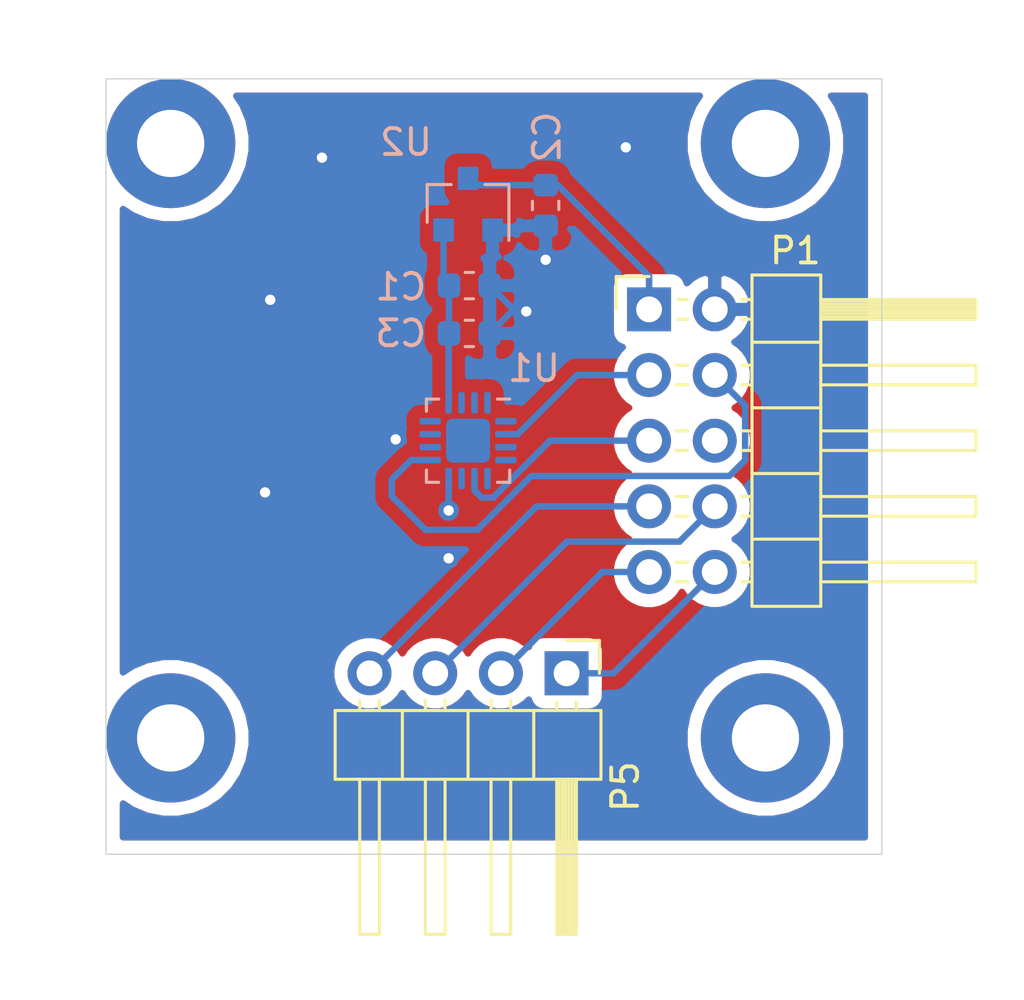
<source format=kicad_pcb>
(kicad_pcb (version 20171130) (host pcbnew 5.1.5+dfsg1-2build2)

  (general
    (thickness 1.6)
    (drawings 6)
    (tracks 63)
    (zones 0)
    (modules 7)
    (nets 24)
  )

  (page A4)
  (layers
    (0 F.Cu signal)
    (31 B.Cu signal)
    (32 B.Adhes user)
    (33 F.Adhes user)
    (34 B.Paste user)
    (35 F.Paste user)
    (36 B.SilkS user)
    (37 F.SilkS user)
    (38 B.Mask user)
    (39 F.Mask user)
    (40 Dwgs.User user)
    (41 Cmts.User user hide)
    (42 Eco1.User user)
    (43 Eco2.User user)
    (44 Edge.Cuts user)
    (45 Margin user)
    (46 B.CrtYd user)
    (47 F.CrtYd user)
    (48 B.Fab user)
    (49 F.Fab user)
  )

  (setup
    (last_trace_width 0.25)
    (trace_clearance 0.2)
    (zone_clearance 0.4)
    (zone_45_only no)
    (trace_min 0.2)
    (via_size 0.8)
    (via_drill 0.4)
    (via_min_size 0.4)
    (via_min_drill 0.3)
    (uvia_size 0.3)
    (uvia_drill 0.1)
    (uvias_allowed no)
    (uvia_min_size 0.2)
    (uvia_min_drill 0.1)
    (edge_width 0.05)
    (segment_width 0.2)
    (pcb_text_width 0.3)
    (pcb_text_size 1.5 1.5)
    (mod_edge_width 0.12)
    (mod_text_size 1 1)
    (mod_text_width 0.15)
    (pad_size 1.524 1.524)
    (pad_drill 0.762)
    (pad_to_mask_clearance 0.051)
    (solder_mask_min_width 0.25)
    (aux_axis_origin 0 0)
    (visible_elements FFFFFF7F)
    (pcbplotparams
      (layerselection 0x010fc_ffffffff)
      (usegerberextensions false)
      (usegerberattributes false)
      (usegerberadvancedattributes false)
      (creategerberjobfile false)
      (excludeedgelayer true)
      (linewidth 0.100000)
      (plotframeref false)
      (viasonmask false)
      (mode 1)
      (useauxorigin false)
      (hpglpennumber 1)
      (hpglpenspeed 20)
      (hpglpendiameter 15.000000)
      (psnegative false)
      (psa4output false)
      (plotreference true)
      (plotvalue true)
      (plotinvisibletext false)
      (padsonsilk false)
      (subtractmaskfromsilk false)
      (outputformat 1)
      (mirror false)
      (drillshape 1)
      (scaleselection 1)
      (outputdirectory ""))
  )

  (net 0 "")
  (net 1 "Net-(U1-Pad1)")
  (net 2 "Net-(U1-Pad3)")
  (net 3 "Net-(U1-Pad4)")
  (net 4 "Net-(U1-Pad5)")
  (net 5 "Net-(U1-Pad7)")
  (net 6 "Net-(U1-Pad10)")
  (net 7 "Net-(U1-Pad11)")
  (net 8 "Net-(U1-Pad12)")
  (net 9 "Net-(U1-Pad14)")
  (net 10 "Net-(U1-Pad15)")
  (net 11 "Net-(U1-Pad16)")
  (net 12 "Net-(U1-Pad17)")
  (net 13 +5V)
  (net 14 GND)
  (net 15 +3V3)
  (net 16 MAG_A)
  (net 17 MAG_PWM)
  (net 18 MAG_B)
  (net 19 MAG_Z)
  (net 20 AUX_3)
  (net 21 AUX_4)
  (net 22 AUX_2)
  (net 23 AUX_1)

  (net_class Default "This is the default net class."
    (clearance 0.2)
    (trace_width 0.25)
    (via_dia 0.8)
    (via_drill 0.4)
    (uvia_dia 0.3)
    (uvia_drill 0.1)
    (add_net +3V3)
    (add_net +5V)
    (add_net AUX_1)
    (add_net AUX_2)
    (add_net AUX_3)
    (add_net AUX_4)
    (add_net GND)
    (add_net MAG_A)
    (add_net MAG_B)
    (add_net MAG_PWM)
    (add_net MAG_Z)
    (add_net "Net-(U1-Pad1)")
    (add_net "Net-(U1-Pad10)")
    (add_net "Net-(U1-Pad11)")
    (add_net "Net-(U1-Pad12)")
    (add_net "Net-(U1-Pad14)")
    (add_net "Net-(U1-Pad15)")
    (add_net "Net-(U1-Pad16)")
    (add_net "Net-(U1-Pad17)")
    (add_net "Net-(U1-Pad3)")
    (add_net "Net-(U1-Pad4)")
    (add_net "Net-(U1-Pad5)")
    (add_net "Net-(U1-Pad7)")
  )

  (module Capacitor_SMD:C_0603_1608Metric (layer B.Cu) (tedit 5B301BBE) (tstamp 6327F500)
    (at 114.05 108)
    (descr "Capacitor SMD 0603 (1608 Metric), square (rectangular) end terminal, IPC_7351 nominal, (Body size source: http://www.tortai-tech.com/upload/download/2011102023233369053.pdf), generated with kicad-footprint-generator")
    (tags capacitor)
    (path /6327D55A)
    (attr smd)
    (fp_text reference C1 (at -2.65 0.05) (layer B.SilkS)
      (effects (font (size 1 1) (thickness 0.15)) (justify mirror))
    )
    (fp_text value 0u1 (at 0 -1.43) (layer B.Fab) hide
      (effects (font (size 1 1) (thickness 0.15)) (justify mirror))
    )
    (fp_line (start -0.8 -0.4) (end -0.8 0.4) (layer B.Fab) (width 0.1))
    (fp_line (start -0.8 0.4) (end 0.8 0.4) (layer B.Fab) (width 0.1))
    (fp_line (start 0.8 0.4) (end 0.8 -0.4) (layer B.Fab) (width 0.1))
    (fp_line (start 0.8 -0.4) (end -0.8 -0.4) (layer B.Fab) (width 0.1))
    (fp_line (start -0.162779 0.51) (end 0.162779 0.51) (layer B.SilkS) (width 0.12))
    (fp_line (start -0.162779 -0.51) (end 0.162779 -0.51) (layer B.SilkS) (width 0.12))
    (fp_line (start -1.48 -0.73) (end -1.48 0.73) (layer B.CrtYd) (width 0.05))
    (fp_line (start -1.48 0.73) (end 1.48 0.73) (layer B.CrtYd) (width 0.05))
    (fp_line (start 1.48 0.73) (end 1.48 -0.73) (layer B.CrtYd) (width 0.05))
    (fp_line (start 1.48 -0.73) (end -1.48 -0.73) (layer B.CrtYd) (width 0.05))
    (fp_text user %R (at 0 0) (layer B.Fab)
      (effects (font (size 0.4 0.4) (thickness 0.06)) (justify mirror))
    )
    (pad 1 smd roundrect (at -0.7875 0) (size 0.875 0.95) (layers B.Cu B.Paste B.Mask) (roundrect_rratio 0.25)
      (net 15 +3V3))
    (pad 2 smd roundrect (at 0.7875 0) (size 0.875 0.95) (layers B.Cu B.Paste B.Mask) (roundrect_rratio 0.25)
      (net 14 GND))
    (model ${KISYS3DMOD}/Capacitor_SMD.3dshapes/C_0603_1608Metric.wrl
      (at (xyz 0 0 0))
      (scale (xyz 1 1 1))
      (rotate (xyz 0 0 0))
    )
  )

  (module Capacitor_SMD:C_0603_1608Metric (layer B.Cu) (tedit 5B301BBE) (tstamp 6327F511)
    (at 117 104.9 270)
    (descr "Capacitor SMD 0603 (1608 Metric), square (rectangular) end terminal, IPC_7351 nominal, (Body size source: http://www.tortai-tech.com/upload/download/2011102023233369053.pdf), generated with kicad-footprint-generator")
    (tags capacitor)
    (path /6327DF2A)
    (attr smd)
    (fp_text reference C2 (at -2.65 -0.05 90) (layer B.SilkS)
      (effects (font (size 1 1) (thickness 0.15)) (justify mirror))
    )
    (fp_text value 1u (at 0 -1.43 90) (layer B.Fab) hide
      (effects (font (size 1 1) (thickness 0.15)) (justify mirror))
    )
    (fp_line (start -0.8 -0.4) (end -0.8 0.4) (layer B.Fab) (width 0.1))
    (fp_line (start -0.8 0.4) (end 0.8 0.4) (layer B.Fab) (width 0.1))
    (fp_line (start 0.8 0.4) (end 0.8 -0.4) (layer B.Fab) (width 0.1))
    (fp_line (start 0.8 -0.4) (end -0.8 -0.4) (layer B.Fab) (width 0.1))
    (fp_line (start -0.162779 0.51) (end 0.162779 0.51) (layer B.SilkS) (width 0.12))
    (fp_line (start -0.162779 -0.51) (end 0.162779 -0.51) (layer B.SilkS) (width 0.12))
    (fp_line (start -1.48 -0.73) (end -1.48 0.73) (layer B.CrtYd) (width 0.05))
    (fp_line (start -1.48 0.73) (end 1.48 0.73) (layer B.CrtYd) (width 0.05))
    (fp_line (start 1.48 0.73) (end 1.48 -0.73) (layer B.CrtYd) (width 0.05))
    (fp_line (start 1.48 -0.73) (end -1.48 -0.73) (layer B.CrtYd) (width 0.05))
    (fp_text user %R (at 0 0 90) (layer B.Fab)
      (effects (font (size 0.4 0.4) (thickness 0.06)) (justify mirror))
    )
    (pad 1 smd roundrect (at -0.7875 0 270) (size 0.875 0.95) (layers B.Cu B.Paste B.Mask) (roundrect_rratio 0.25)
      (net 13 +5V))
    (pad 2 smd roundrect (at 0.7875 0 270) (size 0.875 0.95) (layers B.Cu B.Paste B.Mask) (roundrect_rratio 0.25)
      (net 14 GND))
    (model ${KISYS3DMOD}/Capacitor_SMD.3dshapes/C_0603_1608Metric.wrl
      (at (xyz 0 0 0))
      (scale (xyz 1 1 1))
      (rotate (xyz 0 0 0))
    )
  )

  (module Capacitor_SMD:C_0603_1608Metric (layer B.Cu) (tedit 5B301BBE) (tstamp 6327F522)
    (at 114.05 109.85)
    (descr "Capacitor SMD 0603 (1608 Metric), square (rectangular) end terminal, IPC_7351 nominal, (Body size source: http://www.tortai-tech.com/upload/download/2011102023233369053.pdf), generated with kicad-footprint-generator")
    (tags capacitor)
    (path /6327DA16)
    (attr smd)
    (fp_text reference C3 (at -2.65 0) (layer B.SilkS)
      (effects (font (size 1 1) (thickness 0.15)) (justify mirror))
    )
    (fp_text value 1u (at 0 -1.43) (layer B.Fab) hide
      (effects (font (size 1 1) (thickness 0.15)) (justify mirror))
    )
    (fp_text user %R (at 0 0) (layer B.Fab)
      (effects (font (size 0.4 0.4) (thickness 0.06)) (justify mirror))
    )
    (fp_line (start 1.48 -0.73) (end -1.48 -0.73) (layer B.CrtYd) (width 0.05))
    (fp_line (start 1.48 0.73) (end 1.48 -0.73) (layer B.CrtYd) (width 0.05))
    (fp_line (start -1.48 0.73) (end 1.48 0.73) (layer B.CrtYd) (width 0.05))
    (fp_line (start -1.48 -0.73) (end -1.48 0.73) (layer B.CrtYd) (width 0.05))
    (fp_line (start -0.162779 -0.51) (end 0.162779 -0.51) (layer B.SilkS) (width 0.12))
    (fp_line (start -0.162779 0.51) (end 0.162779 0.51) (layer B.SilkS) (width 0.12))
    (fp_line (start 0.8 -0.4) (end -0.8 -0.4) (layer B.Fab) (width 0.1))
    (fp_line (start 0.8 0.4) (end 0.8 -0.4) (layer B.Fab) (width 0.1))
    (fp_line (start -0.8 0.4) (end 0.8 0.4) (layer B.Fab) (width 0.1))
    (fp_line (start -0.8 -0.4) (end -0.8 0.4) (layer B.Fab) (width 0.1))
    (pad 2 smd roundrect (at 0.7875 0) (size 0.875 0.95) (layers B.Cu B.Paste B.Mask) (roundrect_rratio 0.25)
      (net 14 GND))
    (pad 1 smd roundrect (at -0.7875 0) (size 0.875 0.95) (layers B.Cu B.Paste B.Mask) (roundrect_rratio 0.25)
      (net 15 +3V3))
    (model ${KISYS3DMOD}/Capacitor_SMD.3dshapes/C_0603_1608Metric.wrl
      (at (xyz 0 0 0))
      (scale (xyz 1 1 1))
      (rotate (xyz 0 0 0))
    )
  )

  (module Connector_PinHeader_2.54mm:PinHeader_2x05_P2.54mm_Horizontal (layer F.Cu) (tedit 59FED5CB) (tstamp 6327F58B)
    (at 121 108.92)
    (descr "Through hole angled pin header, 2x05, 2.54mm pitch, 6mm pin length, double rows")
    (tags "Through hole angled pin header THT 2x05 2.54mm double row")
    (path /63286224)
    (fp_text reference P1 (at 5.655 -2.27) (layer F.SilkS)
      (effects (font (size 1 1) (thickness 0.15)))
    )
    (fp_text value Conn_02x05_Odd_Even (at 5.655 12.43) (layer F.Fab)
      (effects (font (size 1 1) (thickness 0.15)))
    )
    (fp_line (start 4.675 -1.27) (end 6.58 -1.27) (layer F.Fab) (width 0.1))
    (fp_line (start 6.58 -1.27) (end 6.58 11.43) (layer F.Fab) (width 0.1))
    (fp_line (start 6.58 11.43) (end 4.04 11.43) (layer F.Fab) (width 0.1))
    (fp_line (start 4.04 11.43) (end 4.04 -0.635) (layer F.Fab) (width 0.1))
    (fp_line (start 4.04 -0.635) (end 4.675 -1.27) (layer F.Fab) (width 0.1))
    (fp_line (start -0.32 -0.32) (end 4.04 -0.32) (layer F.Fab) (width 0.1))
    (fp_line (start -0.32 -0.32) (end -0.32 0.32) (layer F.Fab) (width 0.1))
    (fp_line (start -0.32 0.32) (end 4.04 0.32) (layer F.Fab) (width 0.1))
    (fp_line (start 6.58 -0.32) (end 12.58 -0.32) (layer F.Fab) (width 0.1))
    (fp_line (start 12.58 -0.32) (end 12.58 0.32) (layer F.Fab) (width 0.1))
    (fp_line (start 6.58 0.32) (end 12.58 0.32) (layer F.Fab) (width 0.1))
    (fp_line (start -0.32 2.22) (end 4.04 2.22) (layer F.Fab) (width 0.1))
    (fp_line (start -0.32 2.22) (end -0.32 2.86) (layer F.Fab) (width 0.1))
    (fp_line (start -0.32 2.86) (end 4.04 2.86) (layer F.Fab) (width 0.1))
    (fp_line (start 6.58 2.22) (end 12.58 2.22) (layer F.Fab) (width 0.1))
    (fp_line (start 12.58 2.22) (end 12.58 2.86) (layer F.Fab) (width 0.1))
    (fp_line (start 6.58 2.86) (end 12.58 2.86) (layer F.Fab) (width 0.1))
    (fp_line (start -0.32 4.76) (end 4.04 4.76) (layer F.Fab) (width 0.1))
    (fp_line (start -0.32 4.76) (end -0.32 5.4) (layer F.Fab) (width 0.1))
    (fp_line (start -0.32 5.4) (end 4.04 5.4) (layer F.Fab) (width 0.1))
    (fp_line (start 6.58 4.76) (end 12.58 4.76) (layer F.Fab) (width 0.1))
    (fp_line (start 12.58 4.76) (end 12.58 5.4) (layer F.Fab) (width 0.1))
    (fp_line (start 6.58 5.4) (end 12.58 5.4) (layer F.Fab) (width 0.1))
    (fp_line (start -0.32 7.3) (end 4.04 7.3) (layer F.Fab) (width 0.1))
    (fp_line (start -0.32 7.3) (end -0.32 7.94) (layer F.Fab) (width 0.1))
    (fp_line (start -0.32 7.94) (end 4.04 7.94) (layer F.Fab) (width 0.1))
    (fp_line (start 6.58 7.3) (end 12.58 7.3) (layer F.Fab) (width 0.1))
    (fp_line (start 12.58 7.3) (end 12.58 7.94) (layer F.Fab) (width 0.1))
    (fp_line (start 6.58 7.94) (end 12.58 7.94) (layer F.Fab) (width 0.1))
    (fp_line (start -0.32 9.84) (end 4.04 9.84) (layer F.Fab) (width 0.1))
    (fp_line (start -0.32 9.84) (end -0.32 10.48) (layer F.Fab) (width 0.1))
    (fp_line (start -0.32 10.48) (end 4.04 10.48) (layer F.Fab) (width 0.1))
    (fp_line (start 6.58 9.84) (end 12.58 9.84) (layer F.Fab) (width 0.1))
    (fp_line (start 12.58 9.84) (end 12.58 10.48) (layer F.Fab) (width 0.1))
    (fp_line (start 6.58 10.48) (end 12.58 10.48) (layer F.Fab) (width 0.1))
    (fp_line (start 3.98 -1.33) (end 3.98 11.49) (layer F.SilkS) (width 0.12))
    (fp_line (start 3.98 11.49) (end 6.64 11.49) (layer F.SilkS) (width 0.12))
    (fp_line (start 6.64 11.49) (end 6.64 -1.33) (layer F.SilkS) (width 0.12))
    (fp_line (start 6.64 -1.33) (end 3.98 -1.33) (layer F.SilkS) (width 0.12))
    (fp_line (start 6.64 -0.38) (end 12.64 -0.38) (layer F.SilkS) (width 0.12))
    (fp_line (start 12.64 -0.38) (end 12.64 0.38) (layer F.SilkS) (width 0.12))
    (fp_line (start 12.64 0.38) (end 6.64 0.38) (layer F.SilkS) (width 0.12))
    (fp_line (start 6.64 -0.32) (end 12.64 -0.32) (layer F.SilkS) (width 0.12))
    (fp_line (start 6.64 -0.2) (end 12.64 -0.2) (layer F.SilkS) (width 0.12))
    (fp_line (start 6.64 -0.08) (end 12.64 -0.08) (layer F.SilkS) (width 0.12))
    (fp_line (start 6.64 0.04) (end 12.64 0.04) (layer F.SilkS) (width 0.12))
    (fp_line (start 6.64 0.16) (end 12.64 0.16) (layer F.SilkS) (width 0.12))
    (fp_line (start 6.64 0.28) (end 12.64 0.28) (layer F.SilkS) (width 0.12))
    (fp_line (start 3.582929 -0.38) (end 3.98 -0.38) (layer F.SilkS) (width 0.12))
    (fp_line (start 3.582929 0.38) (end 3.98 0.38) (layer F.SilkS) (width 0.12))
    (fp_line (start 1.11 -0.38) (end 1.497071 -0.38) (layer F.SilkS) (width 0.12))
    (fp_line (start 1.11 0.38) (end 1.497071 0.38) (layer F.SilkS) (width 0.12))
    (fp_line (start 3.98 1.27) (end 6.64 1.27) (layer F.SilkS) (width 0.12))
    (fp_line (start 6.64 2.16) (end 12.64 2.16) (layer F.SilkS) (width 0.12))
    (fp_line (start 12.64 2.16) (end 12.64 2.92) (layer F.SilkS) (width 0.12))
    (fp_line (start 12.64 2.92) (end 6.64 2.92) (layer F.SilkS) (width 0.12))
    (fp_line (start 3.582929 2.16) (end 3.98 2.16) (layer F.SilkS) (width 0.12))
    (fp_line (start 3.582929 2.92) (end 3.98 2.92) (layer F.SilkS) (width 0.12))
    (fp_line (start 1.042929 2.16) (end 1.497071 2.16) (layer F.SilkS) (width 0.12))
    (fp_line (start 1.042929 2.92) (end 1.497071 2.92) (layer F.SilkS) (width 0.12))
    (fp_line (start 3.98 3.81) (end 6.64 3.81) (layer F.SilkS) (width 0.12))
    (fp_line (start 6.64 4.7) (end 12.64 4.7) (layer F.SilkS) (width 0.12))
    (fp_line (start 12.64 4.7) (end 12.64 5.46) (layer F.SilkS) (width 0.12))
    (fp_line (start 12.64 5.46) (end 6.64 5.46) (layer F.SilkS) (width 0.12))
    (fp_line (start 3.582929 4.7) (end 3.98 4.7) (layer F.SilkS) (width 0.12))
    (fp_line (start 3.582929 5.46) (end 3.98 5.46) (layer F.SilkS) (width 0.12))
    (fp_line (start 1.042929 4.7) (end 1.497071 4.7) (layer F.SilkS) (width 0.12))
    (fp_line (start 1.042929 5.46) (end 1.497071 5.46) (layer F.SilkS) (width 0.12))
    (fp_line (start 3.98 6.35) (end 6.64 6.35) (layer F.SilkS) (width 0.12))
    (fp_line (start 6.64 7.24) (end 12.64 7.24) (layer F.SilkS) (width 0.12))
    (fp_line (start 12.64 7.24) (end 12.64 8) (layer F.SilkS) (width 0.12))
    (fp_line (start 12.64 8) (end 6.64 8) (layer F.SilkS) (width 0.12))
    (fp_line (start 3.582929 7.24) (end 3.98 7.24) (layer F.SilkS) (width 0.12))
    (fp_line (start 3.582929 8) (end 3.98 8) (layer F.SilkS) (width 0.12))
    (fp_line (start 1.042929 7.24) (end 1.497071 7.24) (layer F.SilkS) (width 0.12))
    (fp_line (start 1.042929 8) (end 1.497071 8) (layer F.SilkS) (width 0.12))
    (fp_line (start 3.98 8.89) (end 6.64 8.89) (layer F.SilkS) (width 0.12))
    (fp_line (start 6.64 9.78) (end 12.64 9.78) (layer F.SilkS) (width 0.12))
    (fp_line (start 12.64 9.78) (end 12.64 10.54) (layer F.SilkS) (width 0.12))
    (fp_line (start 12.64 10.54) (end 6.64 10.54) (layer F.SilkS) (width 0.12))
    (fp_line (start 3.582929 9.78) (end 3.98 9.78) (layer F.SilkS) (width 0.12))
    (fp_line (start 3.582929 10.54) (end 3.98 10.54) (layer F.SilkS) (width 0.12))
    (fp_line (start 1.042929 9.78) (end 1.497071 9.78) (layer F.SilkS) (width 0.12))
    (fp_line (start 1.042929 10.54) (end 1.497071 10.54) (layer F.SilkS) (width 0.12))
    (fp_line (start -1.27 0) (end -1.27 -1.27) (layer F.SilkS) (width 0.12))
    (fp_line (start -1.27 -1.27) (end 0 -1.27) (layer F.SilkS) (width 0.12))
    (fp_line (start -1.8 -1.8) (end -1.8 11.95) (layer F.CrtYd) (width 0.05))
    (fp_line (start -1.8 11.95) (end 13.1 11.95) (layer F.CrtYd) (width 0.05))
    (fp_line (start 13.1 11.95) (end 13.1 -1.8) (layer F.CrtYd) (width 0.05))
    (fp_line (start 13.1 -1.8) (end -1.8 -1.8) (layer F.CrtYd) (width 0.05))
    (fp_text user %R (at 5.31 5.08 90) (layer F.Fab)
      (effects (font (size 1 1) (thickness 0.15)))
    )
    (pad 1 thru_hole rect (at 0 0) (size 1.7 1.7) (drill 1) (layers *.Cu *.Mask)
      (net 13 +5V))
    (pad 2 thru_hole oval (at 2.54 0) (size 1.7 1.7) (drill 1) (layers *.Cu *.Mask)
      (net 14 GND))
    (pad 3 thru_hole oval (at 0 2.54) (size 1.7 1.7) (drill 1) (layers *.Cu *.Mask)
      (net 16 MAG_A))
    (pad 4 thru_hole oval (at 2.54 2.54) (size 1.7 1.7) (drill 1) (layers *.Cu *.Mask)
      (net 17 MAG_PWM))
    (pad 5 thru_hole oval (at 0 5.08) (size 1.7 1.7) (drill 1) (layers *.Cu *.Mask)
      (net 18 MAG_B))
    (pad 6 thru_hole oval (at 2.54 5.08) (size 1.7 1.7) (drill 1) (layers *.Cu *.Mask)
      (net 19 MAG_Z))
    (pad 7 thru_hole oval (at 0 7.62) (size 1.7 1.7) (drill 1) (layers *.Cu *.Mask)
      (net 21 AUX_4))
    (pad 8 thru_hole oval (at 2.54 7.62) (size 1.7 1.7) (drill 1) (layers *.Cu *.Mask)
      (net 20 AUX_3))
    (pad 9 thru_hole oval (at 0 10.16) (size 1.7 1.7) (drill 1) (layers *.Cu *.Mask)
      (net 22 AUX_2))
    (pad 10 thru_hole oval (at 2.54 10.16) (size 1.7 1.7) (drill 1) (layers *.Cu *.Mask)
      (net 23 AUX_1))
    (model ${KISYS3DMOD}/Connector_PinHeader_2.54mm.3dshapes/PinHeader_2x05_P2.54mm_Horizontal.wrl
      (at (xyz 0 0 0))
      (scale (xyz 1 1 1))
      (rotate (xyz 0 0 0))
    )
  )

  (module Connector_PinHeader_2.54mm:PinHeader_1x04_P2.54mm_Horizontal (layer F.Cu) (tedit 59FED5CB) (tstamp 632817D0)
    (at 117.81 123 270)
    (descr "Through hole angled pin header, 1x04, 2.54mm pitch, 6mm pin length, single row")
    (tags "Through hole angled pin header THT 1x04 2.54mm single row")
    (path /63279CAC)
    (fp_text reference P5 (at 4.385 -2.27 90) (layer F.SilkS)
      (effects (font (size 1 1) (thickness 0.15)))
    )
    (fp_text value Conn_01x04 (at 4.385 9.89 90) (layer F.Fab)
      (effects (font (size 1 1) (thickness 0.15)))
    )
    (fp_line (start 2.135 -1.27) (end 4.04 -1.27) (layer F.Fab) (width 0.1))
    (fp_line (start 4.04 -1.27) (end 4.04 8.89) (layer F.Fab) (width 0.1))
    (fp_line (start 4.04 8.89) (end 1.5 8.89) (layer F.Fab) (width 0.1))
    (fp_line (start 1.5 8.89) (end 1.5 -0.635) (layer F.Fab) (width 0.1))
    (fp_line (start 1.5 -0.635) (end 2.135 -1.27) (layer F.Fab) (width 0.1))
    (fp_line (start -0.32 -0.32) (end 1.5 -0.32) (layer F.Fab) (width 0.1))
    (fp_line (start -0.32 -0.32) (end -0.32 0.32) (layer F.Fab) (width 0.1))
    (fp_line (start -0.32 0.32) (end 1.5 0.32) (layer F.Fab) (width 0.1))
    (fp_line (start 4.04 -0.32) (end 10.04 -0.32) (layer F.Fab) (width 0.1))
    (fp_line (start 10.04 -0.32) (end 10.04 0.32) (layer F.Fab) (width 0.1))
    (fp_line (start 4.04 0.32) (end 10.04 0.32) (layer F.Fab) (width 0.1))
    (fp_line (start -0.32 2.22) (end 1.5 2.22) (layer F.Fab) (width 0.1))
    (fp_line (start -0.32 2.22) (end -0.32 2.86) (layer F.Fab) (width 0.1))
    (fp_line (start -0.32 2.86) (end 1.5 2.86) (layer F.Fab) (width 0.1))
    (fp_line (start 4.04 2.22) (end 10.04 2.22) (layer F.Fab) (width 0.1))
    (fp_line (start 10.04 2.22) (end 10.04 2.86) (layer F.Fab) (width 0.1))
    (fp_line (start 4.04 2.86) (end 10.04 2.86) (layer F.Fab) (width 0.1))
    (fp_line (start -0.32 4.76) (end 1.5 4.76) (layer F.Fab) (width 0.1))
    (fp_line (start -0.32 4.76) (end -0.32 5.4) (layer F.Fab) (width 0.1))
    (fp_line (start -0.32 5.4) (end 1.5 5.4) (layer F.Fab) (width 0.1))
    (fp_line (start 4.04 4.76) (end 10.04 4.76) (layer F.Fab) (width 0.1))
    (fp_line (start 10.04 4.76) (end 10.04 5.4) (layer F.Fab) (width 0.1))
    (fp_line (start 4.04 5.4) (end 10.04 5.4) (layer F.Fab) (width 0.1))
    (fp_line (start -0.32 7.3) (end 1.5 7.3) (layer F.Fab) (width 0.1))
    (fp_line (start -0.32 7.3) (end -0.32 7.94) (layer F.Fab) (width 0.1))
    (fp_line (start -0.32 7.94) (end 1.5 7.94) (layer F.Fab) (width 0.1))
    (fp_line (start 4.04 7.3) (end 10.04 7.3) (layer F.Fab) (width 0.1))
    (fp_line (start 10.04 7.3) (end 10.04 7.94) (layer F.Fab) (width 0.1))
    (fp_line (start 4.04 7.94) (end 10.04 7.94) (layer F.Fab) (width 0.1))
    (fp_line (start 1.44 -1.33) (end 1.44 8.95) (layer F.SilkS) (width 0.12))
    (fp_line (start 1.44 8.95) (end 4.1 8.95) (layer F.SilkS) (width 0.12))
    (fp_line (start 4.1 8.95) (end 4.1 -1.33) (layer F.SilkS) (width 0.12))
    (fp_line (start 4.1 -1.33) (end 1.44 -1.33) (layer F.SilkS) (width 0.12))
    (fp_line (start 4.1 -0.38) (end 10.1 -0.38) (layer F.SilkS) (width 0.12))
    (fp_line (start 10.1 -0.38) (end 10.1 0.38) (layer F.SilkS) (width 0.12))
    (fp_line (start 10.1 0.38) (end 4.1 0.38) (layer F.SilkS) (width 0.12))
    (fp_line (start 4.1 -0.32) (end 10.1 -0.32) (layer F.SilkS) (width 0.12))
    (fp_line (start 4.1 -0.2) (end 10.1 -0.2) (layer F.SilkS) (width 0.12))
    (fp_line (start 4.1 -0.08) (end 10.1 -0.08) (layer F.SilkS) (width 0.12))
    (fp_line (start 4.1 0.04) (end 10.1 0.04) (layer F.SilkS) (width 0.12))
    (fp_line (start 4.1 0.16) (end 10.1 0.16) (layer F.SilkS) (width 0.12))
    (fp_line (start 4.1 0.28) (end 10.1 0.28) (layer F.SilkS) (width 0.12))
    (fp_line (start 1.11 -0.38) (end 1.44 -0.38) (layer F.SilkS) (width 0.12))
    (fp_line (start 1.11 0.38) (end 1.44 0.38) (layer F.SilkS) (width 0.12))
    (fp_line (start 1.44 1.27) (end 4.1 1.27) (layer F.SilkS) (width 0.12))
    (fp_line (start 4.1 2.16) (end 10.1 2.16) (layer F.SilkS) (width 0.12))
    (fp_line (start 10.1 2.16) (end 10.1 2.92) (layer F.SilkS) (width 0.12))
    (fp_line (start 10.1 2.92) (end 4.1 2.92) (layer F.SilkS) (width 0.12))
    (fp_line (start 1.042929 2.16) (end 1.44 2.16) (layer F.SilkS) (width 0.12))
    (fp_line (start 1.042929 2.92) (end 1.44 2.92) (layer F.SilkS) (width 0.12))
    (fp_line (start 1.44 3.81) (end 4.1 3.81) (layer F.SilkS) (width 0.12))
    (fp_line (start 4.1 4.7) (end 10.1 4.7) (layer F.SilkS) (width 0.12))
    (fp_line (start 10.1 4.7) (end 10.1 5.46) (layer F.SilkS) (width 0.12))
    (fp_line (start 10.1 5.46) (end 4.1 5.46) (layer F.SilkS) (width 0.12))
    (fp_line (start 1.042929 4.7) (end 1.44 4.7) (layer F.SilkS) (width 0.12))
    (fp_line (start 1.042929 5.46) (end 1.44 5.46) (layer F.SilkS) (width 0.12))
    (fp_line (start 1.44 6.35) (end 4.1 6.35) (layer F.SilkS) (width 0.12))
    (fp_line (start 4.1 7.24) (end 10.1 7.24) (layer F.SilkS) (width 0.12))
    (fp_line (start 10.1 7.24) (end 10.1 8) (layer F.SilkS) (width 0.12))
    (fp_line (start 10.1 8) (end 4.1 8) (layer F.SilkS) (width 0.12))
    (fp_line (start 1.042929 7.24) (end 1.44 7.24) (layer F.SilkS) (width 0.12))
    (fp_line (start 1.042929 8) (end 1.44 8) (layer F.SilkS) (width 0.12))
    (fp_line (start -1.27 0) (end -1.27 -1.27) (layer F.SilkS) (width 0.12))
    (fp_line (start -1.27 -1.27) (end 0 -1.27) (layer F.SilkS) (width 0.12))
    (fp_line (start -1.8 -1.8) (end -1.8 9.4) (layer F.CrtYd) (width 0.05))
    (fp_line (start -1.8 9.4) (end 10.55 9.4) (layer F.CrtYd) (width 0.05))
    (fp_line (start 10.55 9.4) (end 10.55 -1.8) (layer F.CrtYd) (width 0.05))
    (fp_line (start 10.55 -1.8) (end -1.8 -1.8) (layer F.CrtYd) (width 0.05))
    (fp_text user %R (at 2.77 3.81) (layer F.Fab)
      (effects (font (size 1 1) (thickness 0.15)))
    )
    (pad 1 thru_hole rect (at 0 0 270) (size 1.7 1.7) (drill 1) (layers *.Cu *.Mask)
      (net 23 AUX_1))
    (pad 2 thru_hole oval (at 0 2.54 270) (size 1.7 1.7) (drill 1) (layers *.Cu *.Mask)
      (net 22 AUX_2))
    (pad 3 thru_hole oval (at 0 5.08 270) (size 1.7 1.7) (drill 1) (layers *.Cu *.Mask)
      (net 20 AUX_3))
    (pad 4 thru_hole oval (at 0 7.62 270) (size 1.7 1.7) (drill 1) (layers *.Cu *.Mask)
      (net 21 AUX_4))
    (model ${KISYS3DMOD}/Connector_PinHeader_2.54mm.3dshapes/PinHeader_1x04_P2.54mm_Horizontal.wrl
      (at (xyz 0 0 0))
      (scale (xyz 1 1 1))
      (rotate (xyz 0 0 0))
    )
  )

  (module Package_DFN_QFN:QFN-16-1EP_3x3mm_P0.5mm_EP1.7x1.7mm (layer B.Cu) (tedit 5C1D45D2) (tstamp 6328129F)
    (at 114 114 180)
    (descr "QFN, 16 Pin (https://www.st.com/content/ccc/resource/technical/document/datasheet/4a/50/94/16/69/af/4b/58/DM00047334.pdf/files/DM00047334.pdf/jcr:content/translations/en.DM00047334.pdf), generated with kicad-footprint-generator ipc_dfn_qfn_generator.py")
    (tags "QFN DFN_QFN")
    (path /63280D3E)
    (attr smd)
    (fp_text reference U1 (at -2.55 2.8) (layer B.SilkS)
      (effects (font (size 1 1) (thickness 0.15)) (justify mirror))
    )
    (fp_text value MA730GQ-P (at 0 -2.82) (layer B.Fab) hide
      (effects (font (size 1 1) (thickness 0.15)) (justify mirror))
    )
    (fp_line (start 1.135 1.61) (end 1.61 1.61) (layer B.SilkS) (width 0.12))
    (fp_line (start 1.61 1.61) (end 1.61 1.135) (layer B.SilkS) (width 0.12))
    (fp_line (start -1.135 -1.61) (end -1.61 -1.61) (layer B.SilkS) (width 0.12))
    (fp_line (start -1.61 -1.61) (end -1.61 -1.135) (layer B.SilkS) (width 0.12))
    (fp_line (start 1.135 -1.61) (end 1.61 -1.61) (layer B.SilkS) (width 0.12))
    (fp_line (start 1.61 -1.61) (end 1.61 -1.135) (layer B.SilkS) (width 0.12))
    (fp_line (start -1.135 1.61) (end -1.61 1.61) (layer B.SilkS) (width 0.12))
    (fp_line (start -0.75 1.5) (end 1.5 1.5) (layer B.Fab) (width 0.1))
    (fp_line (start 1.5 1.5) (end 1.5 -1.5) (layer B.Fab) (width 0.1))
    (fp_line (start 1.5 -1.5) (end -1.5 -1.5) (layer B.Fab) (width 0.1))
    (fp_line (start -1.5 -1.5) (end -1.5 0.75) (layer B.Fab) (width 0.1))
    (fp_line (start -1.5 0.75) (end -0.75 1.5) (layer B.Fab) (width 0.1))
    (fp_line (start -2.12 2.12) (end -2.12 -2.12) (layer B.CrtYd) (width 0.05))
    (fp_line (start -2.12 -2.12) (end 2.12 -2.12) (layer B.CrtYd) (width 0.05))
    (fp_line (start 2.12 -2.12) (end 2.12 2.12) (layer B.CrtYd) (width 0.05))
    (fp_line (start 2.12 2.12) (end -2.12 2.12) (layer B.CrtYd) (width 0.05))
    (fp_text user %R (at 0 0) (layer B.Fab) hide
      (effects (font (size 0.75 0.75) (thickness 0.11)) (justify mirror))
    )
    (pad 17 smd roundrect (at 0 0 180) (size 1.7 1.7) (layers B.Cu B.Mask) (roundrect_rratio 0.147059)
      (net 12 "Net-(U1-Pad17)"))
    (pad "" smd roundrect (at -0.425 0.425 180) (size 0.69 0.69) (layers B.Paste) (roundrect_rratio 0.25))
    (pad "" smd roundrect (at -0.425 -0.425 180) (size 0.69 0.69) (layers B.Paste) (roundrect_rratio 0.25))
    (pad "" smd roundrect (at 0.425 0.425 180) (size 0.69 0.69) (layers B.Paste) (roundrect_rratio 0.25))
    (pad "" smd roundrect (at 0.425 -0.425 180) (size 0.69 0.69) (layers B.Paste) (roundrect_rratio 0.25))
    (pad 1 smd roundrect (at -1.4625 0.75 180) (size 0.825 0.25) (layers B.Cu B.Paste B.Mask) (roundrect_rratio 0.25)
      (net 1 "Net-(U1-Pad1)"))
    (pad 2 smd roundrect (at -1.4625 0.25 180) (size 0.825 0.25) (layers B.Cu B.Paste B.Mask) (roundrect_rratio 0.25)
      (net 16 MAG_A))
    (pad 3 smd roundrect (at -1.4625 -0.25 180) (size 0.825 0.25) (layers B.Cu B.Paste B.Mask) (roundrect_rratio 0.25)
      (net 2 "Net-(U1-Pad3)"))
    (pad 4 smd roundrect (at -1.4625 -0.75 180) (size 0.825 0.25) (layers B.Cu B.Paste B.Mask) (roundrect_rratio 0.25)
      (net 3 "Net-(U1-Pad4)"))
    (pad 5 smd roundrect (at -0.75 -1.4625 180) (size 0.25 0.825) (layers B.Cu B.Paste B.Mask) (roundrect_rratio 0.25)
      (net 4 "Net-(U1-Pad5)"))
    (pad 6 smd roundrect (at -0.25 -1.4625 180) (size 0.25 0.825) (layers B.Cu B.Paste B.Mask) (roundrect_rratio 0.25)
      (net 18 MAG_B))
    (pad 7 smd roundrect (at 0.25 -1.4625 180) (size 0.25 0.825) (layers B.Cu B.Paste B.Mask) (roundrect_rratio 0.25)
      (net 5 "Net-(U1-Pad7)"))
    (pad 8 smd roundrect (at 0.75 -1.4625 180) (size 0.25 0.825) (layers B.Cu B.Paste B.Mask) (roundrect_rratio 0.25)
      (net 14 GND))
    (pad 9 smd roundrect (at 1.4625 -0.75 180) (size 0.825 0.25) (layers B.Cu B.Paste B.Mask) (roundrect_rratio 0.25)
      (net 17 MAG_PWM))
    (pad 10 smd roundrect (at 1.4625 -0.25 180) (size 0.825 0.25) (layers B.Cu B.Paste B.Mask) (roundrect_rratio 0.25)
      (net 6 "Net-(U1-Pad10)"))
    (pad 11 smd roundrect (at 1.4625 0.25 180) (size 0.825 0.25) (layers B.Cu B.Paste B.Mask) (roundrect_rratio 0.25)
      (net 7 "Net-(U1-Pad11)"))
    (pad 12 smd roundrect (at 1.4625 0.75 180) (size 0.825 0.25) (layers B.Cu B.Paste B.Mask) (roundrect_rratio 0.25)
      (net 8 "Net-(U1-Pad12)"))
    (pad 13 smd roundrect (at 0.75 1.4625 180) (size 0.25 0.825) (layers B.Cu B.Paste B.Mask) (roundrect_rratio 0.25)
      (net 15 +3V3))
    (pad 14 smd roundrect (at 0.25 1.4625 180) (size 0.25 0.825) (layers B.Cu B.Paste B.Mask) (roundrect_rratio 0.25)
      (net 9 "Net-(U1-Pad14)"))
    (pad 15 smd roundrect (at -0.25 1.4625 180) (size 0.25 0.825) (layers B.Cu B.Paste B.Mask) (roundrect_rratio 0.25)
      (net 10 "Net-(U1-Pad15)"))
    (pad 16 smd roundrect (at -0.75 1.4625 180) (size 0.25 0.825) (layers B.Cu B.Paste B.Mask) (roundrect_rratio 0.25)
      (net 11 "Net-(U1-Pad16)"))
    (model ${KISYS3DMOD}/Package_DFN_QFN.3dshapes/QFN-16-1EP_3x3mm_P0.5mm_EP1.7x1.7mm.wrl
      (at (xyz 0 0 0))
      (scale (xyz 1 1 1))
      (rotate (xyz 0 0 0))
    )
  )

  (module Package_TO_SOT_SMD:SOT-23 (layer B.Cu) (tedit 5A02FF57) (tstamp 632824AF)
    (at 114 104.85 90)
    (descr "SOT-23, Standard")
    (tags SOT-23)
    (path /632D3710)
    (attr smd)
    (fp_text reference U2 (at 2.4 -2.4) (layer B.SilkS)
      (effects (font (size 1 1) (thickness 0.15)) (justify mirror))
    )
    (fp_text value AP2127N-3.3 (at 0 -2.5 90) (layer B.Fab) hide
      (effects (font (size 1 1) (thickness 0.15)) (justify mirror))
    )
    (fp_text user %R (at 0 0 180) (layer B.Fab) hide
      (effects (font (size 0.5 0.5) (thickness 0.075)) (justify mirror))
    )
    (fp_line (start -0.7 0.95) (end -0.7 -1.5) (layer B.Fab) (width 0.1))
    (fp_line (start -0.15 1.52) (end 0.7 1.52) (layer B.Fab) (width 0.1))
    (fp_line (start -0.7 0.95) (end -0.15 1.52) (layer B.Fab) (width 0.1))
    (fp_line (start 0.7 1.52) (end 0.7 -1.52) (layer B.Fab) (width 0.1))
    (fp_line (start -0.7 -1.52) (end 0.7 -1.52) (layer B.Fab) (width 0.1))
    (fp_line (start 0.76 -1.58) (end 0.76 -0.65) (layer B.SilkS) (width 0.12))
    (fp_line (start 0.76 1.58) (end 0.76 0.65) (layer B.SilkS) (width 0.12))
    (fp_line (start -1.7 1.75) (end 1.7 1.75) (layer B.CrtYd) (width 0.05))
    (fp_line (start 1.7 1.75) (end 1.7 -1.75) (layer B.CrtYd) (width 0.05))
    (fp_line (start 1.7 -1.75) (end -1.7 -1.75) (layer B.CrtYd) (width 0.05))
    (fp_line (start -1.7 -1.75) (end -1.7 1.75) (layer B.CrtYd) (width 0.05))
    (fp_line (start 0.76 1.58) (end -1.4 1.58) (layer B.SilkS) (width 0.12))
    (fp_line (start 0.76 -1.58) (end -0.7 -1.58) (layer B.SilkS) (width 0.12))
    (pad 1 smd rect (at -1 0.95 90) (size 0.9 0.8) (layers B.Cu B.Paste B.Mask)
      (net 14 GND))
    (pad 2 smd rect (at -1 -0.95 90) (size 0.9 0.8) (layers B.Cu B.Paste B.Mask)
      (net 15 +3V3))
    (pad 3 smd rect (at 1 0 90) (size 0.9 0.8) (layers B.Cu B.Paste B.Mask)
      (net 13 +5V))
    (model ${KISYS3DMOD}/Package_TO_SOT_SMD.3dshapes/SOT-23.wrl
      (at (xyz 0 0 0))
      (scale (xyz 1 1 1))
      (rotate (xyz 0 0 0))
    )
  )

  (gr_line (start 128 128) (end 100 128) (layer Dwgs.User) (width 0.15))
  (gr_line (start 128 100) (end 128 128) (layer Dwgs.User) (width 0.15))
  (gr_line (start 130 130) (end 100 130) (layer Edge.Cuts) (width 0.05) (tstamp 6327FB95))
  (gr_line (start 130 100) (end 130 130) (layer Edge.Cuts) (width 0.05))
  (gr_line (start 100 100) (end 100 130) (layer Edge.Cuts) (width 0.05))
  (gr_line (start 100 100) (end 130 100) (layer Edge.Cuts) (width 0.05))

  (via (at 102.5 102.5) (size 5) (drill 2.6) (layers F.Cu B.Cu) (net 0))
  (via (at 102.5 125.5) (size 5) (drill 2.6) (layers F.Cu B.Cu) (net 0) (tstamp 63281BA8))
  (via (at 125.5 102.5) (size 5) (drill 2.6) (layers F.Cu B.Cu) (net 0) (tstamp 63281BB0))
  (via (at 125.5 125.5) (size 5) (drill 2.6) (layers F.Cu B.Cu) (net 0) (tstamp 63281BB7))
  (via (at 106.35 108.55) (size 0.8) (drill 0.4) (layers F.Cu B.Cu) (net 14) (tstamp 632826E9))
  (via (at 111.2 113.95) (size 0.8) (drill 0.4) (layers F.Cu B.Cu) (net 14) (tstamp 632826E9))
  (via (at 120.1 102.65) (size 0.8) (drill 0.4) (layers F.Cu B.Cu) (net 14) (tstamp 632826E9))
  (via (at 108.35 103.05) (size 0.8) (drill 0.4) (layers F.Cu B.Cu) (net 14) (tstamp 632826E9))
  (via (at 113.25 118.55) (size 0.8) (drill 0.4) (layers F.Cu B.Cu) (net 14) (tstamp 632826E9))
  (via (at 106.15 116) (size 0.8) (drill 0.4) (layers F.Cu B.Cu) (net 14) (tstamp 632826E5))
  (segment (start 114.2625 104.1125) (end 114 103.85) (width 0.25) (layer B.Cu) (net 13))
  (segment (start 117 104.1125) (end 114.2625 104.1125) (width 0.25) (layer B.Cu) (net 13))
  (segment (start 121 107.82) (end 121 108.92) (width 0.25) (layer B.Cu) (net 13))
  (segment (start 121 107.6375) (end 121 107.82) (width 0.25) (layer B.Cu) (net 13))
  (segment (start 117.475 104.1125) (end 121 107.6375) (width 0.25) (layer B.Cu) (net 13))
  (segment (start 117 104.1125) (end 117.475 104.1125) (width 0.25) (layer B.Cu) (net 13))
  (via (at 116.25 109) (size 0.8) (drill 0.4) (layers F.Cu B.Cu) (net 14))
  (via (at 113.25 116.7) (size 0.8) (drill 0.4) (layers F.Cu B.Cu) (net 14))
  (via (at 117 107) (size 0.8) (drill 0.4) (layers F.Cu B.Cu) (net 14))
  (segment (start 114.8375 109.85) (end 114.8375 108) (width 0.25) (layer B.Cu) (net 14) (status 30))
  (segment (start 114.8375 105.9625) (end 114.95 105.85) (width 0.25) (layer B.Cu) (net 14))
  (segment (start 114.8375 108) (end 114.8375 105.9625) (width 0.25) (layer B.Cu) (net 14))
  (segment (start 117 105.6875) (end 117 107) (width 0.25) (layer B.Cu) (net 14))
  (segment (start 115.8375 109) (end 114.8375 108) (width 0.25) (layer B.Cu) (net 14))
  (segment (start 116.25 109) (end 115.8375 109) (width 0.25) (layer B.Cu) (net 14))
  (segment (start 115.6875 109) (end 114.8375 109.85) (width 0.25) (layer B.Cu) (net 14))
  (segment (start 116.25 109) (end 115.6875 109) (width 0.25) (layer B.Cu) (net 14))
  (segment (start 113.25 116.7) (end 113.25 115.4625) (width 0.25) (layer B.Cu) (net 14))
  (segment (start 113.25 109.8625) (end 113.2625 109.85) (width 0.25) (layer B.Cu) (net 15) (status 30))
  (segment (start 113.25 112.5375) (end 113.25 109.8625) (width 0.25) (layer B.Cu) (net 15) (status 30))
  (segment (start 113.2625 108) (end 113.2625 109.85) (width 0.25) (layer B.Cu) (net 15) (status 30))
  (segment (start 113.05 107.7875) (end 113.2625 108) (width 0.25) (layer B.Cu) (net 15))
  (segment (start 113.05 105.85) (end 113.05 107.7875) (width 0.25) (layer B.Cu) (net 15))
  (segment (start 119.797919 111.46) (end 121 111.46) (width 0.25) (layer B.Cu) (net 16) (status 20))
  (segment (start 118.213022 111.46) (end 119.797919 111.46) (width 0.25) (layer B.Cu) (net 16))
  (segment (start 115.923022 113.75) (end 118.213022 111.46) (width 0.25) (layer B.Cu) (net 16))
  (segment (start 115.4625 113.75) (end 115.923022 113.75) (width 0.25) (layer B.Cu) (net 16) (status 10))
  (segment (start 124.104001 115.364999) (end 116.444433 115.364999) (width 0.25) (layer B.Cu) (net 17))
  (segment (start 124.715001 114.753999) (end 124.104001 115.364999) (width 0.25) (layer B.Cu) (net 17))
  (segment (start 124.715001 112.635001) (end 124.715001 114.753999) (width 0.25) (layer B.Cu) (net 17))
  (segment (start 116.444433 115.364999) (end 114.359432 117.45) (width 0.25) (layer B.Cu) (net 17))
  (segment (start 123.54 111.46) (end 124.715001 112.635001) (width 0.25) (layer B.Cu) (net 17) (status 10))
  (segment (start 114.359432 117.45) (end 112.35 117.45) (width 0.25) (layer B.Cu) (net 17))
  (segment (start 112.35 117.45) (end 111.05 116.15) (width 0.25) (layer B.Cu) (net 17))
  (segment (start 111.05 116.15) (end 111.05 115.5) (width 0.25) (layer B.Cu) (net 17))
  (segment (start 111.8 114.75) (end 112.5375 114.75) (width 0.25) (layer B.Cu) (net 17) (status 20))
  (segment (start 111.05 115.5) (end 111.8 114.75) (width 0.25) (layer B.Cu) (net 17))
  (segment (start 119.797919 114) (end 121 114) (width 0.25) (layer B.Cu) (net 18) (status 20))
  (segment (start 114.25 115.923022) (end 114.526988 116.20001) (width 0.25) (layer B.Cu) (net 18))
  (segment (start 114.25 115.4625) (end 114.25 115.923022) (width 0.25) (layer B.Cu) (net 18) (status 10))
  (segment (start 117.173022 114) (end 119.797919 114) (width 0.25) (layer B.Cu) (net 18))
  (segment (start 114.973012 116.20001) (end 117.173022 114) (width 0.25) (layer B.Cu) (net 18))
  (segment (start 114.526988 116.20001) (end 114.973012 116.20001) (width 0.25) (layer B.Cu) (net 18))
  (segment (start 113.579999 122.150001) (end 112.73 123) (width 0.25) (layer B.Cu) (net 20) (status 20))
  (segment (start 117.825001 117.904999) (end 113.579999 122.150001) (width 0.25) (layer B.Cu) (net 20))
  (segment (start 122.175001 117.904999) (end 117.825001 117.904999) (width 0.25) (layer B.Cu) (net 20))
  (segment (start 123.54 116.54) (end 122.175001 117.904999) (width 0.25) (layer B.Cu) (net 20) (status 10))
  (segment (start 116.65 116.54) (end 110.19 123) (width 0.25) (layer B.Cu) (net 21) (status 20))
  (segment (start 121 116.54) (end 116.65 116.54) (width 0.25) (layer B.Cu) (net 21) (status 10))
  (segment (start 119.19 119.08) (end 115.27 123) (width 0.25) (layer B.Cu) (net 22) (status 20))
  (segment (start 121 119.08) (end 119.19 119.08) (width 0.25) (layer B.Cu) (net 22) (status 10))
  (segment (start 119.62 123) (end 123.54 119.08) (width 0.25) (layer B.Cu) (net 23) (status 20))
  (segment (start 117.81 123) (end 119.62 123) (width 0.25) (layer B.Cu) (net 23) (status 10))

  (zone (net 14) (net_name GND) (layer B.Cu) (tstamp 0) (hatch edge 0.508)
    (connect_pads (clearance 0.508))
    (min_thickness 0.254)
    (fill yes (arc_segments 32) (thermal_gap 0.508) (thermal_bridge_width 0.508))
    (polygon
      (pts
        (xy 131.35 132.4) (xy 98.65 132.65) (xy 99.1 99.1) (xy 99.15 99.05) (xy 131.85 99.05)
      )
    )
    (filled_polygon
      (pts
        (xy 122.721799 101.015021) (xy 122.485476 101.585554) (xy 122.365 102.191229) (xy 122.365 102.808771) (xy 122.485476 103.414446)
        (xy 122.721799 103.984979) (xy 123.064886 104.498446) (xy 123.501554 104.935114) (xy 124.015021 105.278201) (xy 124.585554 105.514524)
        (xy 125.191229 105.635) (xy 125.808771 105.635) (xy 126.414446 105.514524) (xy 126.984979 105.278201) (xy 127.498446 104.935114)
        (xy 127.935114 104.498446) (xy 128.278201 103.984979) (xy 128.514524 103.414446) (xy 128.635 102.808771) (xy 128.635 102.191229)
        (xy 128.514524 101.585554) (xy 128.278201 101.015021) (xy 128.040984 100.66) (xy 129.34 100.66) (xy 129.340001 129.34)
        (xy 100.66 129.34) (xy 100.66 128.040984) (xy 101.015021 128.278201) (xy 101.585554 128.514524) (xy 102.191229 128.635)
        (xy 102.808771 128.635) (xy 103.414446 128.514524) (xy 103.984979 128.278201) (xy 104.498446 127.935114) (xy 104.935114 127.498446)
        (xy 105.278201 126.984979) (xy 105.514524 126.414446) (xy 105.635 125.808771) (xy 105.635 125.191229) (xy 122.365 125.191229)
        (xy 122.365 125.808771) (xy 122.485476 126.414446) (xy 122.721799 126.984979) (xy 123.064886 127.498446) (xy 123.501554 127.935114)
        (xy 124.015021 128.278201) (xy 124.585554 128.514524) (xy 125.191229 128.635) (xy 125.808771 128.635) (xy 126.414446 128.514524)
        (xy 126.984979 128.278201) (xy 127.498446 127.935114) (xy 127.935114 127.498446) (xy 128.278201 126.984979) (xy 128.514524 126.414446)
        (xy 128.635 125.808771) (xy 128.635 125.191229) (xy 128.514524 124.585554) (xy 128.278201 124.015021) (xy 127.935114 123.501554)
        (xy 127.498446 123.064886) (xy 126.984979 122.721799) (xy 126.414446 122.485476) (xy 125.808771 122.365) (xy 125.191229 122.365)
        (xy 124.585554 122.485476) (xy 124.015021 122.721799) (xy 123.501554 123.064886) (xy 123.064886 123.501554) (xy 122.721799 124.015021)
        (xy 122.485476 124.585554) (xy 122.365 125.191229) (xy 105.635 125.191229) (xy 105.514524 124.585554) (xy 105.278201 124.015021)
        (xy 104.935114 123.501554) (xy 104.498446 123.064886) (xy 104.182444 122.85374) (xy 108.705 122.85374) (xy 108.705 123.14626)
        (xy 108.762068 123.433158) (xy 108.87401 123.703411) (xy 109.036525 123.946632) (xy 109.243368 124.153475) (xy 109.486589 124.31599)
        (xy 109.756842 124.427932) (xy 110.04374 124.485) (xy 110.33626 124.485) (xy 110.623158 124.427932) (xy 110.893411 124.31599)
        (xy 111.136632 124.153475) (xy 111.343475 123.946632) (xy 111.46 123.77224) (xy 111.576525 123.946632) (xy 111.783368 124.153475)
        (xy 112.026589 124.31599) (xy 112.296842 124.427932) (xy 112.58374 124.485) (xy 112.87626 124.485) (xy 113.163158 124.427932)
        (xy 113.433411 124.31599) (xy 113.676632 124.153475) (xy 113.883475 123.946632) (xy 114 123.77224) (xy 114.116525 123.946632)
        (xy 114.323368 124.153475) (xy 114.566589 124.31599) (xy 114.836842 124.427932) (xy 115.12374 124.485) (xy 115.41626 124.485)
        (xy 115.703158 124.427932) (xy 115.973411 124.31599) (xy 116.216632 124.153475) (xy 116.348487 124.02162) (xy 116.370498 124.09418)
        (xy 116.429463 124.204494) (xy 116.508815 124.301185) (xy 116.605506 124.380537) (xy 116.71582 124.439502) (xy 116.835518 124.475812)
        (xy 116.96 124.488072) (xy 118.66 124.488072) (xy 118.784482 124.475812) (xy 118.90418 124.439502) (xy 119.014494 124.380537)
        (xy 119.111185 124.301185) (xy 119.190537 124.204494) (xy 119.249502 124.09418) (xy 119.285812 123.974482) (xy 119.298072 123.85)
        (xy 119.298072 123.76) (xy 119.582678 123.76) (xy 119.62 123.763676) (xy 119.657322 123.76) (xy 119.657333 123.76)
        (xy 119.768986 123.749003) (xy 119.912247 123.705546) (xy 120.044276 123.634974) (xy 120.160001 123.540001) (xy 120.183804 123.510997)
        (xy 123.173592 120.52121) (xy 123.39374 120.565) (xy 123.68626 120.565) (xy 123.973158 120.507932) (xy 124.243411 120.39599)
        (xy 124.486632 120.233475) (xy 124.693475 120.026632) (xy 124.85599 119.783411) (xy 124.967932 119.513158) (xy 125.025 119.22626)
        (xy 125.025 118.93374) (xy 124.967932 118.646842) (xy 124.85599 118.376589) (xy 124.693475 118.133368) (xy 124.486632 117.926525)
        (xy 124.31224 117.81) (xy 124.486632 117.693475) (xy 124.693475 117.486632) (xy 124.85599 117.243411) (xy 124.967932 116.973158)
        (xy 125.025 116.68626) (xy 125.025 116.39374) (xy 124.967932 116.106842) (xy 124.85599 115.836589) (xy 124.796398 115.747403)
        (xy 125.226009 115.317794) (xy 125.255002 115.294) (xy 125.278796 115.265007) (xy 125.2788 115.265003) (xy 125.349974 115.178276)
        (xy 125.352112 115.174277) (xy 125.420547 115.046246) (xy 125.464004 114.902985) (xy 125.475001 114.791332) (xy 125.475001 114.791323)
        (xy 125.478677 114.754) (xy 125.475001 114.716677) (xy 125.475001 112.672323) (xy 125.478677 112.635) (xy 125.475001 112.597677)
        (xy 125.475001 112.597668) (xy 125.464004 112.486015) (xy 125.420547 112.342754) (xy 125.349975 112.210725) (xy 125.255002 112.095)
        (xy 125.226005 112.071203) (xy 124.98121 111.826408) (xy 125.025 111.60626) (xy 125.025 111.31374) (xy 124.967932 111.026842)
        (xy 124.85599 110.756589) (xy 124.693475 110.513368) (xy 124.486632 110.306525) (xy 124.304466 110.184805) (xy 124.421355 110.115178)
        (xy 124.637588 109.920269) (xy 124.811641 109.68692) (xy 124.936825 109.424099) (xy 124.981476 109.27689) (xy 124.860155 109.047)
        (xy 123.667 109.047) (xy 123.667 109.067) (xy 123.413 109.067) (xy 123.413 109.047) (xy 123.393 109.047)
        (xy 123.393 108.793) (xy 123.413 108.793) (xy 123.413 107.599186) (xy 123.667 107.599186) (xy 123.667 108.793)
        (xy 124.860155 108.793) (xy 124.981476 108.56311) (xy 124.936825 108.415901) (xy 124.811641 108.15308) (xy 124.637588 107.919731)
        (xy 124.421355 107.724822) (xy 124.171252 107.575843) (xy 123.896891 107.478519) (xy 123.667 107.599186) (xy 123.413 107.599186)
        (xy 123.183109 107.478519) (xy 122.908748 107.575843) (xy 122.658645 107.724822) (xy 122.462498 107.901626) (xy 122.439502 107.82582)
        (xy 122.380537 107.715506) (xy 122.301185 107.618815) (xy 122.204494 107.539463) (xy 122.09418 107.480498) (xy 121.974482 107.444188)
        (xy 121.85 107.431928) (xy 121.731838 107.431928) (xy 121.705546 107.345253) (xy 121.634974 107.213224) (xy 121.540001 107.097499)
        (xy 121.511004 107.073702) (xy 118.06731 103.630009) (xy 118.04785 103.565858) (xy 117.968671 103.417725) (xy 117.862115 103.287885)
        (xy 117.732275 103.181329) (xy 117.584142 103.10215) (xy 117.423408 103.053392) (xy 117.25625 103.036928) (xy 116.74375 103.036928)
        (xy 116.576592 103.053392) (xy 116.415858 103.10215) (xy 116.267725 103.181329) (xy 116.137885 103.287885) (xy 116.084857 103.3525)
        (xy 115.033394 103.3525) (xy 115.025812 103.275518) (xy 114.989502 103.15582) (xy 114.930537 103.045506) (xy 114.851185 102.948815)
        (xy 114.754494 102.869463) (xy 114.64418 102.810498) (xy 114.524482 102.774188) (xy 114.4 102.761928) (xy 113.6 102.761928)
        (xy 113.475518 102.774188) (xy 113.35582 102.810498) (xy 113.245506 102.869463) (xy 113.148815 102.948815) (xy 113.069463 103.045506)
        (xy 113.010498 103.15582) (xy 112.974188 103.275518) (xy 112.961928 103.4) (xy 112.961928 104.3) (xy 112.974188 104.424482)
        (xy 113.010498 104.54418) (xy 113.069463 104.654494) (xy 113.148815 104.751185) (xy 113.161905 104.761928) (xy 112.65 104.761928)
        (xy 112.525518 104.774188) (xy 112.40582 104.810498) (xy 112.295506 104.869463) (xy 112.198815 104.948815) (xy 112.119463 105.045506)
        (xy 112.060498 105.15582) (xy 112.024188 105.275518) (xy 112.011928 105.4) (xy 112.011928 106.3) (xy 112.024188 106.424482)
        (xy 112.060498 106.54418) (xy 112.119463 106.654494) (xy 112.198815 106.751185) (xy 112.290001 106.826019) (xy 112.290001 107.345044)
        (xy 112.25215 107.415858) (xy 112.203392 107.576592) (xy 112.186928 107.74375) (xy 112.186928 108.25625) (xy 112.203392 108.423408)
        (xy 112.25215 108.584142) (xy 112.331329 108.732275) (xy 112.437885 108.862115) (xy 112.5025 108.915143) (xy 112.502501 108.934857)
        (xy 112.437885 108.987885) (xy 112.331329 109.117725) (xy 112.25215 109.265858) (xy 112.203392 109.426592) (xy 112.186928 109.59375)
        (xy 112.186928 110.10625) (xy 112.203392 110.273408) (xy 112.25215 110.434142) (xy 112.331329 110.582275) (xy 112.437885 110.712115)
        (xy 112.490001 110.754885) (xy 112.49 112.156307) (xy 112.486928 112.1875) (xy 112.486928 112.486928) (xy 112.1875 112.486928)
        (xy 112.050825 112.500389) (xy 111.919403 112.540256) (xy 111.798283 112.604996) (xy 111.692121 112.692121) (xy 111.604996 112.798283)
        (xy 111.540256 112.919403) (xy 111.500389 113.050825) (xy 111.486928 113.1875) (xy 111.486928 113.3125) (xy 111.500389 113.449175)
        (xy 111.515807 113.5) (xy 111.500389 113.550825) (xy 111.486928 113.6875) (xy 111.486928 113.8125) (xy 111.500389 113.949175)
        (xy 111.515807 114) (xy 111.501271 114.047919) (xy 111.375724 114.115026) (xy 111.259999 114.209999) (xy 111.236201 114.238998)
        (xy 110.538998 114.936201) (xy 110.51 114.959999) (xy 110.486202 114.988997) (xy 110.486201 114.988998) (xy 110.415026 115.075724)
        (xy 110.3956 115.112068) (xy 110.344454 115.207753) (xy 110.300997 115.351014) (xy 110.29 115.462667) (xy 110.29 115.462678)
        (xy 110.286324 115.5) (xy 110.29 115.537322) (xy 110.29 116.112678) (xy 110.286324 116.15) (xy 110.29 116.187322)
        (xy 110.29 116.187332) (xy 110.300997 116.298985) (xy 110.328914 116.391015) (xy 110.344454 116.442246) (xy 110.415026 116.574276)
        (xy 110.454871 116.622826) (xy 110.509999 116.690001) (xy 110.539003 116.713804) (xy 111.786201 117.961003) (xy 111.809999 117.990001)
        (xy 111.925724 118.084974) (xy 112.057753 118.155546) (xy 112.201014 118.199003) (xy 112.312667 118.21) (xy 112.312675 118.21)
        (xy 112.35 118.213676) (xy 112.387325 118.21) (xy 113.905198 118.21) (xy 110.556408 121.558791) (xy 110.33626 121.515)
        (xy 110.04374 121.515) (xy 109.756842 121.572068) (xy 109.486589 121.68401) (xy 109.243368 121.846525) (xy 109.036525 122.053368)
        (xy 108.87401 122.296589) (xy 108.762068 122.566842) (xy 108.705 122.85374) (xy 104.182444 122.85374) (xy 103.984979 122.721799)
        (xy 103.414446 122.485476) (xy 102.808771 122.365) (xy 102.191229 122.365) (xy 101.585554 122.485476) (xy 101.015021 122.721799)
        (xy 100.66 122.959016) (xy 100.66 105.040984) (xy 101.015021 105.278201) (xy 101.585554 105.514524) (xy 102.191229 105.635)
        (xy 102.808771 105.635) (xy 103.414446 105.514524) (xy 103.984979 105.278201) (xy 104.498446 104.935114) (xy 104.935114 104.498446)
        (xy 105.278201 103.984979) (xy 105.514524 103.414446) (xy 105.635 102.808771) (xy 105.635 102.191229) (xy 105.514524 101.585554)
        (xy 105.278201 101.015021) (xy 105.040984 100.66) (xy 122.959016 100.66)
      )
    )
    (filled_polygon
      (pts
        (xy 116.04875 105.5605) (xy 116.873 105.5605) (xy 116.873 105.5405) (xy 117.127 105.5405) (xy 117.127 105.5605)
        (xy 117.147 105.5605) (xy 117.147 105.8145) (xy 117.127 105.8145) (xy 117.127 106.60125) (xy 117.28575 106.76)
        (xy 117.475 106.763072) (xy 117.599482 106.750812) (xy 117.71918 106.714502) (xy 117.829494 106.655537) (xy 117.926185 106.576185)
        (xy 118.005537 106.479494) (xy 118.064502 106.36918) (xy 118.100812 106.249482) (xy 118.113072 106.125) (xy 118.11 105.97325)
        (xy 117.951252 105.814502) (xy 118.102201 105.814502) (xy 119.816135 107.528437) (xy 119.795506 107.539463) (xy 119.698815 107.618815)
        (xy 119.619463 107.715506) (xy 119.560498 107.82582) (xy 119.524188 107.945518) (xy 119.511928 108.07) (xy 119.511928 109.77)
        (xy 119.524188 109.894482) (xy 119.560498 110.01418) (xy 119.619463 110.124494) (xy 119.698815 110.221185) (xy 119.795506 110.300537)
        (xy 119.90582 110.359502) (xy 119.97838 110.381513) (xy 119.846525 110.513368) (xy 119.721822 110.7) (xy 118.250344 110.7)
        (xy 118.213021 110.696324) (xy 118.175698 110.7) (xy 118.175689 110.7) (xy 118.064036 110.710997) (xy 117.920775 110.754454)
        (xy 117.788745 110.825026) (xy 117.751568 110.855537) (xy 117.673021 110.919999) (xy 117.649223 110.948997) (xy 116.063232 112.534988)
        (xy 115.949175 112.500389) (xy 115.8125 112.486928) (xy 115.513072 112.486928) (xy 115.513072 112.1875) (xy 115.499611 112.050825)
        (xy 115.459744 111.919403) (xy 115.395004 111.798283) (xy 115.307879 111.692121) (xy 115.201717 111.604996) (xy 115.080597 111.540256)
        (xy 114.949175 111.500389) (xy 114.8125 111.486928) (xy 114.6875 111.486928) (xy 114.550825 111.500389) (xy 114.5 111.515807)
        (xy 114.449175 111.500389) (xy 114.3125 111.486928) (xy 114.1875 111.486928) (xy 114.050825 111.500389) (xy 114.01 111.512773)
        (xy 114.01 110.826398) (xy 114.045506 110.855537) (xy 114.15582 110.914502) (xy 114.275518 110.950812) (xy 114.4 110.963072)
        (xy 114.55175 110.96) (xy 114.7105 110.80125) (xy 114.7105 109.977) (xy 114.9645 109.977) (xy 114.9645 110.80125)
        (xy 115.12325 110.96) (xy 115.275 110.963072) (xy 115.399482 110.950812) (xy 115.51918 110.914502) (xy 115.629494 110.855537)
        (xy 115.726185 110.776185) (xy 115.805537 110.679494) (xy 115.864502 110.56918) (xy 115.900812 110.449482) (xy 115.913072 110.325)
        (xy 115.91 110.13575) (xy 115.75125 109.977) (xy 114.9645 109.977) (xy 114.7105 109.977) (xy 114.6905 109.977)
        (xy 114.6905 109.723) (xy 114.7105 109.723) (xy 114.7105 108.127) (xy 114.9645 108.127) (xy 114.9645 109.723)
        (xy 115.75125 109.723) (xy 115.91 109.56425) (xy 115.913072 109.375) (xy 115.900812 109.250518) (xy 115.864502 109.13082)
        (xy 115.805537 109.020506) (xy 115.727158 108.925) (xy 115.805537 108.829494) (xy 115.864502 108.71918) (xy 115.900812 108.599482)
        (xy 115.913072 108.475) (xy 115.91 108.28575) (xy 115.75125 108.127) (xy 114.9645 108.127) (xy 114.7105 108.127)
        (xy 114.6905 108.127) (xy 114.6905 107.873) (xy 114.7105 107.873) (xy 114.7105 107.04875) (xy 114.9645 107.04875)
        (xy 114.9645 107.873) (xy 115.75125 107.873) (xy 115.91 107.71425) (xy 115.913072 107.525) (xy 115.900812 107.400518)
        (xy 115.864502 107.28082) (xy 115.805537 107.170506) (xy 115.726185 107.073815) (xy 115.629494 106.994463) (xy 115.51918 106.935498)
        (xy 115.480866 106.923876) (xy 115.59418 106.889502) (xy 115.704494 106.830537) (xy 115.801185 106.751185) (xy 115.880537 106.654494)
        (xy 115.939502 106.54418) (xy 115.971919 106.437317) (xy 115.994463 106.479494) (xy 116.073815 106.576185) (xy 116.170506 106.655537)
        (xy 116.28082 106.714502) (xy 116.400518 106.750812) (xy 116.525 106.763072) (xy 116.71425 106.76) (xy 116.873 106.60125)
        (xy 116.873 105.8145) (xy 116.04875 105.8145) (xy 115.89 105.97325) (xy 115.888661 106.039411) (xy 115.82625 105.977)
        (xy 115.077 105.977) (xy 115.077 106.77625) (xy 115.189411 106.888661) (xy 115.12325 106.89) (xy 114.9645 107.04875)
        (xy 114.7105 107.04875) (xy 114.598517 106.936767) (xy 114.66425 106.935) (xy 114.823 106.77625) (xy 114.823 105.977)
        (xy 114.803 105.977) (xy 114.803 105.723) (xy 114.823 105.723) (xy 114.823 105.703) (xy 115.077 105.703)
        (xy 115.077 105.723) (xy 115.82625 105.723) (xy 115.985 105.56425) (xy 115.986239 105.497989)
      )
    )
  )
  (zone (net 14) (net_name GND) (layer F.Cu) (tstamp 0) (hatch edge 0.508)
    (connect_pads (clearance 0.508))
    (min_thickness 0.254)
    (fill yes (arc_segments 32) (thermal_gap 0.508) (thermal_bridge_width 0.508))
    (polygon
      (pts
        (xy 135.35 97.4) (xy 135.5 134.45) (xy 95.9 135.65) (xy 97.15 96.95)
      )
    )
    (filled_polygon
      (pts
        (xy 122.721799 101.015021) (xy 122.485476 101.585554) (xy 122.365 102.191229) (xy 122.365 102.808771) (xy 122.485476 103.414446)
        (xy 122.721799 103.984979) (xy 123.064886 104.498446) (xy 123.501554 104.935114) (xy 124.015021 105.278201) (xy 124.585554 105.514524)
        (xy 125.191229 105.635) (xy 125.808771 105.635) (xy 126.414446 105.514524) (xy 126.984979 105.278201) (xy 127.498446 104.935114)
        (xy 127.935114 104.498446) (xy 128.278201 103.984979) (xy 128.514524 103.414446) (xy 128.635 102.808771) (xy 128.635 102.191229)
        (xy 128.514524 101.585554) (xy 128.278201 101.015021) (xy 128.040984 100.66) (xy 129.34 100.66) (xy 129.340001 129.34)
        (xy 100.66 129.34) (xy 100.66 128.040984) (xy 101.015021 128.278201) (xy 101.585554 128.514524) (xy 102.191229 128.635)
        (xy 102.808771 128.635) (xy 103.414446 128.514524) (xy 103.984979 128.278201) (xy 104.498446 127.935114) (xy 104.935114 127.498446)
        (xy 105.278201 126.984979) (xy 105.514524 126.414446) (xy 105.635 125.808771) (xy 105.635 125.191229) (xy 122.365 125.191229)
        (xy 122.365 125.808771) (xy 122.485476 126.414446) (xy 122.721799 126.984979) (xy 123.064886 127.498446) (xy 123.501554 127.935114)
        (xy 124.015021 128.278201) (xy 124.585554 128.514524) (xy 125.191229 128.635) (xy 125.808771 128.635) (xy 126.414446 128.514524)
        (xy 126.984979 128.278201) (xy 127.498446 127.935114) (xy 127.935114 127.498446) (xy 128.278201 126.984979) (xy 128.514524 126.414446)
        (xy 128.635 125.808771) (xy 128.635 125.191229) (xy 128.514524 124.585554) (xy 128.278201 124.015021) (xy 127.935114 123.501554)
        (xy 127.498446 123.064886) (xy 126.984979 122.721799) (xy 126.414446 122.485476) (xy 125.808771 122.365) (xy 125.191229 122.365)
        (xy 124.585554 122.485476) (xy 124.015021 122.721799) (xy 123.501554 123.064886) (xy 123.064886 123.501554) (xy 122.721799 124.015021)
        (xy 122.485476 124.585554) (xy 122.365 125.191229) (xy 105.635 125.191229) (xy 105.514524 124.585554) (xy 105.278201 124.015021)
        (xy 104.935114 123.501554) (xy 104.498446 123.064886) (xy 104.182444 122.85374) (xy 108.705 122.85374) (xy 108.705 123.14626)
        (xy 108.762068 123.433158) (xy 108.87401 123.703411) (xy 109.036525 123.946632) (xy 109.243368 124.153475) (xy 109.486589 124.31599)
        (xy 109.756842 124.427932) (xy 110.04374 124.485) (xy 110.33626 124.485) (xy 110.623158 124.427932) (xy 110.893411 124.31599)
        (xy 111.136632 124.153475) (xy 111.343475 123.946632) (xy 111.46 123.77224) (xy 111.576525 123.946632) (xy 111.783368 124.153475)
        (xy 112.026589 124.31599) (xy 112.296842 124.427932) (xy 112.58374 124.485) (xy 112.87626 124.485) (xy 113.163158 124.427932)
        (xy 113.433411 124.31599) (xy 113.676632 124.153475) (xy 113.883475 123.946632) (xy 114 123.77224) (xy 114.116525 123.946632)
        (xy 114.323368 124.153475) (xy 114.566589 124.31599) (xy 114.836842 124.427932) (xy 115.12374 124.485) (xy 115.41626 124.485)
        (xy 115.703158 124.427932) (xy 115.973411 124.31599) (xy 116.216632 124.153475) (xy 116.348487 124.02162) (xy 116.370498 124.09418)
        (xy 116.429463 124.204494) (xy 116.508815 124.301185) (xy 116.605506 124.380537) (xy 116.71582 124.439502) (xy 116.835518 124.475812)
        (xy 116.96 124.488072) (xy 118.66 124.488072) (xy 118.784482 124.475812) (xy 118.90418 124.439502) (xy 119.014494 124.380537)
        (xy 119.111185 124.301185) (xy 119.190537 124.204494) (xy 119.249502 124.09418) (xy 119.285812 123.974482) (xy 119.298072 123.85)
        (xy 119.298072 122.15) (xy 119.285812 122.025518) (xy 119.249502 121.90582) (xy 119.190537 121.795506) (xy 119.111185 121.698815)
        (xy 119.014494 121.619463) (xy 118.90418 121.560498) (xy 118.784482 121.524188) (xy 118.66 121.511928) (xy 116.96 121.511928)
        (xy 116.835518 121.524188) (xy 116.71582 121.560498) (xy 116.605506 121.619463) (xy 116.508815 121.698815) (xy 116.429463 121.795506)
        (xy 116.370498 121.90582) (xy 116.348487 121.97838) (xy 116.216632 121.846525) (xy 115.973411 121.68401) (xy 115.703158 121.572068)
        (xy 115.41626 121.515) (xy 115.12374 121.515) (xy 114.836842 121.572068) (xy 114.566589 121.68401) (xy 114.323368 121.846525)
        (xy 114.116525 122.053368) (xy 114 122.22776) (xy 113.883475 122.053368) (xy 113.676632 121.846525) (xy 113.433411 121.68401)
        (xy 113.163158 121.572068) (xy 112.87626 121.515) (xy 112.58374 121.515) (xy 112.296842 121.572068) (xy 112.026589 121.68401)
        (xy 111.783368 121.846525) (xy 111.576525 122.053368) (xy 111.46 122.22776) (xy 111.343475 122.053368) (xy 111.136632 121.846525)
        (xy 110.893411 121.68401) (xy 110.623158 121.572068) (xy 110.33626 121.515) (xy 110.04374 121.515) (xy 109.756842 121.572068)
        (xy 109.486589 121.68401) (xy 109.243368 121.846525) (xy 109.036525 122.053368) (xy 108.87401 122.296589) (xy 108.762068 122.566842)
        (xy 108.705 122.85374) (xy 104.182444 122.85374) (xy 103.984979 122.721799) (xy 103.414446 122.485476) (xy 102.808771 122.365)
        (xy 102.191229 122.365) (xy 101.585554 122.485476) (xy 101.015021 122.721799) (xy 100.66 122.959016) (xy 100.66 108.07)
        (xy 119.511928 108.07) (xy 119.511928 109.77) (xy 119.524188 109.894482) (xy 119.560498 110.01418) (xy 119.619463 110.124494)
        (xy 119.698815 110.221185) (xy 119.795506 110.300537) (xy 119.90582 110.359502) (xy 119.97838 110.381513) (xy 119.846525 110.513368)
        (xy 119.68401 110.756589) (xy 119.572068 111.026842) (xy 119.515 111.31374) (xy 119.515 111.60626) (xy 119.572068 111.893158)
        (xy 119.68401 112.163411) (xy 119.846525 112.406632) (xy 120.053368 112.613475) (xy 120.22776 112.73) (xy 120.053368 112.846525)
        (xy 119.846525 113.053368) (xy 119.68401 113.296589) (xy 119.572068 113.566842) (xy 119.515 113.85374) (xy 119.515 114.14626)
        (xy 119.572068 114.433158) (xy 119.68401 114.703411) (xy 119.846525 114.946632) (xy 120.053368 115.153475) (xy 120.22776 115.27)
        (xy 120.053368 115.386525) (xy 119.846525 115.593368) (xy 119.68401 115.836589) (xy 119.572068 116.106842) (xy 119.515 116.39374)
        (xy 119.515 116.68626) (xy 119.572068 116.973158) (xy 119.68401 117.243411) (xy 119.846525 117.486632) (xy 120.053368 117.693475)
        (xy 120.22776 117.81) (xy 120.053368 117.926525) (xy 119.846525 118.133368) (xy 119.68401 118.376589) (xy 119.572068 118.646842)
        (xy 119.515 118.93374) (xy 119.515 119.22626) (xy 119.572068 119.513158) (xy 119.68401 119.783411) (xy 119.846525 120.026632)
        (xy 120.053368 120.233475) (xy 120.296589 120.39599) (xy 120.566842 120.507932) (xy 120.85374 120.565) (xy 121.14626 120.565)
        (xy 121.433158 120.507932) (xy 121.703411 120.39599) (xy 121.946632 120.233475) (xy 122.153475 120.026632) (xy 122.27 119.85224)
        (xy 122.386525 120.026632) (xy 122.593368 120.233475) (xy 122.836589 120.39599) (xy 123.106842 120.507932) (xy 123.39374 120.565)
        (xy 123.68626 120.565) (xy 123.973158 120.507932) (xy 124.243411 120.39599) (xy 124.486632 120.233475) (xy 124.693475 120.026632)
        (xy 124.85599 119.783411) (xy 124.967932 119.513158) (xy 125.025 119.22626) (xy 125.025 118.93374) (xy 124.967932 118.646842)
        (xy 124.85599 118.376589) (xy 124.693475 118.133368) (xy 124.486632 117.926525) (xy 124.31224 117.81) (xy 124.486632 117.693475)
        (xy 124.693475 117.486632) (xy 124.85599 117.243411) (xy 124.967932 116.973158) (xy 125.025 116.68626) (xy 125.025 116.39374)
        (xy 124.967932 116.106842) (xy 124.85599 115.836589) (xy 124.693475 115.593368) (xy 124.486632 115.386525) (xy 124.31224 115.27)
        (xy 124.486632 115.153475) (xy 124.693475 114.946632) (xy 124.85599 114.703411) (xy 124.967932 114.433158) (xy 125.025 114.14626)
        (xy 125.025 113.85374) (xy 124.967932 113.566842) (xy 124.85599 113.296589) (xy 124.693475 113.053368) (xy 124.486632 112.846525)
        (xy 124.31224 112.73) (xy 124.486632 112.613475) (xy 124.693475 112.406632) (xy 124.85599 112.163411) (xy 124.967932 111.893158)
        (xy 125.025 111.60626) (xy 125.025 111.31374) (xy 124.967932 111.026842) (xy 124.85599 110.756589) (xy 124.693475 110.513368)
        (xy 124.486632 110.306525) (xy 124.304466 110.184805) (xy 124.421355 110.115178) (xy 124.637588 109.920269) (xy 124.811641 109.68692)
        (xy 124.936825 109.424099) (xy 124.981476 109.27689) (xy 124.860155 109.047) (xy 123.667 109.047) (xy 123.667 109.067)
        (xy 123.413 109.067) (xy 123.413 109.047) (xy 123.393 109.047) (xy 123.393 108.793) (xy 123.413 108.793)
        (xy 123.413 107.599186) (xy 123.667 107.599186) (xy 123.667 108.793) (xy 124.860155 108.793) (xy 124.981476 108.56311)
        (xy 124.936825 108.415901) (xy 124.811641 108.15308) (xy 124.637588 107.919731) (xy 124.421355 107.724822) (xy 124.171252 107.575843)
        (xy 123.896891 107.478519) (xy 123.667 107.599186) (xy 123.413 107.599186) (xy 123.183109 107.478519) (xy 122.908748 107.575843)
        (xy 122.658645 107.724822) (xy 122.462498 107.901626) (xy 122.439502 107.82582) (xy 122.380537 107.715506) (xy 122.301185 107.618815)
        (xy 122.204494 107.539463) (xy 122.09418 107.480498) (xy 121.974482 107.444188) (xy 121.85 107.431928) (xy 120.15 107.431928)
        (xy 120.025518 107.444188) (xy 119.90582 107.480498) (xy 119.795506 107.539463) (xy 119.698815 107.618815) (xy 119.619463 107.715506)
        (xy 119.560498 107.82582) (xy 119.524188 107.945518) (xy 119.511928 108.07) (xy 100.66 108.07) (xy 100.66 105.040984)
        (xy 101.015021 105.278201) (xy 101.585554 105.514524) (xy 102.191229 105.635) (xy 102.808771 105.635) (xy 103.414446 105.514524)
        (xy 103.984979 105.278201) (xy 104.498446 104.935114) (xy 104.935114 104.498446) (xy 105.278201 103.984979) (xy 105.514524 103.414446)
        (xy 105.635 102.808771) (xy 105.635 102.191229) (xy 105.514524 101.585554) (xy 105.278201 101.015021) (xy 105.040984 100.66)
        (xy 122.959016 100.66)
      )
    )
  )
)

</source>
